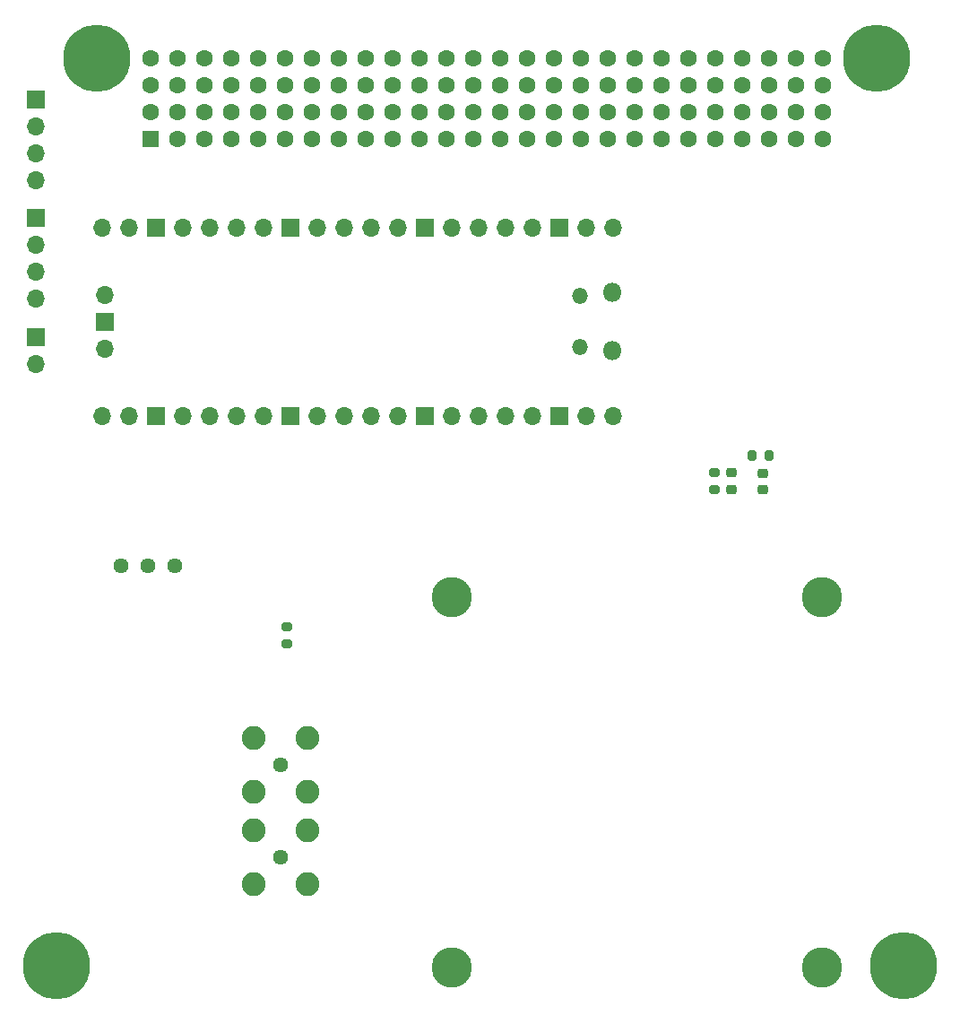
<source format=gbs>
%TF.GenerationSoftware,KiCad,Pcbnew,7.0.6*%
%TF.CreationDate,2023-08-29T11:28:15+01:00*%
%TF.ProjectId,SiPM_output,5369504d-5f6f-4757-9470-75742e6b6963,2.2*%
%TF.SameCoordinates,Original*%
%TF.FileFunction,Soldermask,Bot*%
%TF.FilePolarity,Negative*%
%FSLAX46Y46*%
G04 Gerber Fmt 4.6, Leading zero omitted, Abs format (unit mm)*
G04 Created by KiCad (PCBNEW 7.0.6) date 2023-08-29 11:28:15*
%MOMM*%
%LPD*%
G01*
G04 APERTURE LIST*
G04 Aperture macros list*
%AMRoundRect*
0 Rectangle with rounded corners*
0 $1 Rounding radius*
0 $2 $3 $4 $5 $6 $7 $8 $9 X,Y pos of 4 corners*
0 Add a 4 corners polygon primitive as box body*
4,1,4,$2,$3,$4,$5,$6,$7,$8,$9,$2,$3,0*
0 Add four circle primitives for the rounded corners*
1,1,$1+$1,$2,$3*
1,1,$1+$1,$4,$5*
1,1,$1+$1,$6,$7*
1,1,$1+$1,$8,$9*
0 Add four rect primitives between the rounded corners*
20,1,$1+$1,$2,$3,$4,$5,0*
20,1,$1+$1,$4,$5,$6,$7,0*
20,1,$1+$1,$6,$7,$8,$9,0*
20,1,$1+$1,$8,$9,$2,$3,0*%
G04 Aperture macros list end*
%ADD10C,2.250000*%
%ADD11C,1.440000*%
%ADD12O,1.700000X1.700000*%
%ADD13R,1.700000X1.700000*%
%ADD14O,1.800000X1.800000*%
%ADD15O,1.500000X1.500000*%
%ADD16C,6.350000*%
%ADD17R,1.600000X1.600000*%
%ADD18C,1.600000*%
%ADD19C,3.800000*%
%ADD20RoundRect,0.225000X0.250000X-0.225000X0.250000X0.225000X-0.250000X0.225000X-0.250000X-0.225000X0*%
%ADD21RoundRect,0.200000X0.200000X0.275000X-0.200000X0.275000X-0.200000X-0.275000X0.200000X-0.275000X0*%
%ADD22RoundRect,0.200000X-0.275000X0.200000X-0.275000X-0.200000X0.275000X-0.200000X0.275000X0.200000X0*%
%ADD23RoundRect,0.200000X0.275000X-0.200000X0.275000X0.200000X-0.275000X0.200000X-0.275000X-0.200000X0*%
G04 APERTURE END LIST*
D10*
%TO.C,J6*%
X76460000Y-123110000D03*
X76460000Y-128190000D03*
X81540000Y-123110000D03*
X81540000Y-128190000D03*
D11*
X79000000Y-125650000D03*
%TD*%
D12*
%TO.C,U5*%
X62400000Y-86290000D03*
D13*
X62400000Y-83750000D03*
D12*
X62400000Y-81210000D03*
X110430000Y-92640000D03*
X107890000Y-92640000D03*
D13*
X105350000Y-92640000D03*
D12*
X102810000Y-92640000D03*
X100270000Y-92640000D03*
X97730000Y-92640000D03*
X95190000Y-92640000D03*
D13*
X92650000Y-92640000D03*
D12*
X90110000Y-92640000D03*
X87570000Y-92640000D03*
X85030000Y-92640000D03*
X82490000Y-92640000D03*
D13*
X79950000Y-92640000D03*
D12*
X77410000Y-92640000D03*
X74870000Y-92640000D03*
X72330000Y-92640000D03*
X69790000Y-92640000D03*
D13*
X67250000Y-92640000D03*
D12*
X64710000Y-92640000D03*
X62170000Y-92640000D03*
X62170000Y-74860000D03*
X64710000Y-74860000D03*
D13*
X67250000Y-74860000D03*
D12*
X69790000Y-74860000D03*
X72330000Y-74860000D03*
X74870000Y-74860000D03*
X77410000Y-74860000D03*
D13*
X79950000Y-74860000D03*
D12*
X82490000Y-74860000D03*
X85030000Y-74860000D03*
X87570000Y-74860000D03*
X90110000Y-74860000D03*
D13*
X92650000Y-74860000D03*
D12*
X95190000Y-74860000D03*
X97730000Y-74860000D03*
X100270000Y-74860000D03*
X102810000Y-74860000D03*
D13*
X105350000Y-74860000D03*
D12*
X107890000Y-74860000D03*
X110430000Y-74860000D03*
D14*
X110300000Y-86475000D03*
D15*
X107270000Y-86175000D03*
X107270000Y-81325000D03*
D14*
X110300000Y-81025000D03*
%TD*%
D12*
%TO.C,J1*%
X55850000Y-81620000D03*
X55850000Y-79080000D03*
X55850000Y-76540000D03*
D13*
X55850000Y-74000000D03*
%TD*%
D11*
%TO.C,RV1*%
X63900000Y-106850000D03*
X66440000Y-106850000D03*
X68980000Y-106850000D03*
%TD*%
D10*
%TO.C,J4*%
X76470000Y-131750000D03*
X76470000Y-136830000D03*
X81550000Y-131750000D03*
X81550000Y-136830000D03*
D11*
X79010000Y-134290000D03*
%TD*%
D16*
%TO.C,U8*%
X57840000Y-144600000D03*
X61650000Y-58870000D03*
X135310000Y-58870000D03*
X137850000Y-144600000D03*
D17*
X66730000Y-66490000D03*
D18*
X66730000Y-63950000D03*
X69270000Y-66490000D03*
X69270000Y-63950000D03*
X71810000Y-66490000D03*
X71810000Y-63950000D03*
X74350000Y-66490000D03*
X74350000Y-63950000D03*
X76890000Y-66490000D03*
X76890000Y-63950000D03*
X79430000Y-66490000D03*
X79430000Y-63950000D03*
X81970000Y-66490000D03*
X81970000Y-63950000D03*
X84510000Y-66490000D03*
X84510000Y-63950000D03*
X87050000Y-66490000D03*
X87050000Y-63950000D03*
X89590000Y-66490000D03*
X89590000Y-63950000D03*
X92130000Y-66490000D03*
X92130000Y-63950000D03*
X94670000Y-66490000D03*
X94670000Y-63950000D03*
X97210000Y-66490000D03*
X97210000Y-63950000D03*
X99750000Y-66490000D03*
X99750000Y-63950000D03*
X102290000Y-66490000D03*
X102290000Y-63950000D03*
X104830000Y-66490000D03*
X104830000Y-63950000D03*
X107370000Y-66490000D03*
X107370000Y-63950000D03*
X109910000Y-66490000D03*
X109910000Y-63950000D03*
X112450000Y-66490000D03*
X112450000Y-63950000D03*
X114990000Y-66490000D03*
X114990000Y-63950000D03*
X117530000Y-66490000D03*
X117530000Y-63950000D03*
X120070000Y-66490000D03*
X120070000Y-63950000D03*
X122610000Y-66490000D03*
X122610000Y-63950000D03*
X125150000Y-66490000D03*
X125150000Y-63950000D03*
X127690000Y-66490000D03*
X127690000Y-63950000D03*
X130230000Y-66490000D03*
X130230000Y-63950000D03*
X66730000Y-61410000D03*
X66730000Y-58870000D03*
X69270000Y-61410000D03*
X69270000Y-58870000D03*
X71810000Y-61410000D03*
X71810000Y-58870000D03*
X74350000Y-61410000D03*
X74350000Y-58870000D03*
X76890000Y-61410000D03*
X76890000Y-58870000D03*
X79430000Y-61410000D03*
X79430000Y-58870000D03*
X81970000Y-61410000D03*
X81970000Y-58870000D03*
X84510000Y-61410000D03*
X84510000Y-58870000D03*
X87050000Y-61410000D03*
X87050000Y-58870000D03*
X89590000Y-61410000D03*
X89590000Y-58870000D03*
X92130000Y-61410000D03*
X92130000Y-58870000D03*
X94670000Y-61410000D03*
X94670000Y-58870000D03*
X97210000Y-61410000D03*
X97210000Y-58870000D03*
X99750000Y-61410000D03*
X99750000Y-58870000D03*
X102290000Y-61410000D03*
X102290000Y-58870000D03*
X104830000Y-61410000D03*
X104830000Y-58870000D03*
X107370000Y-61410000D03*
X107370000Y-58870000D03*
X109910000Y-61410000D03*
X109910000Y-58870000D03*
X112450000Y-61410000D03*
X112450000Y-58870000D03*
X114990000Y-61410000D03*
X114990000Y-58870000D03*
X117530000Y-61410000D03*
X117530000Y-58870000D03*
X120070000Y-61410000D03*
X120070000Y-58870000D03*
X122610000Y-61410000D03*
X122610000Y-58870000D03*
X125150000Y-61410000D03*
X125150000Y-58870000D03*
X127690000Y-61410000D03*
X127690000Y-58870000D03*
X130230000Y-61410000D03*
X130230000Y-58870000D03*
%TD*%
D19*
%TO.C,REF\u002A\u002A*%
X130150000Y-144750000D03*
%TD*%
%TO.C,REF\u002A\u002A*%
X95150000Y-144750000D03*
%TD*%
%TO.C,REF\u002A\u002A*%
X130150000Y-109750000D03*
%TD*%
%TO.C,REF\u002A\u002A*%
X95150000Y-109750000D03*
%TD*%
D12*
%TO.C,J2*%
X55850000Y-87740000D03*
D13*
X55850000Y-85200000D03*
%TD*%
D12*
%TO.C,J3*%
X55850000Y-70420000D03*
X55850000Y-67880000D03*
X55850000Y-65340000D03*
D13*
X55850000Y-62800000D03*
%TD*%
D20*
%TO.C,C13*%
X124550000Y-98075000D03*
X124550000Y-99625000D03*
%TD*%
D21*
%TO.C,R13*%
X123525000Y-96400000D03*
X125175000Y-96400000D03*
%TD*%
D20*
%TO.C,C5*%
X121600000Y-98025000D03*
X121600000Y-99575000D03*
%TD*%
D22*
%TO.C,R2*%
X79600000Y-114187500D03*
X79600000Y-112537500D03*
%TD*%
D23*
%TO.C,R12*%
X120000000Y-97975000D03*
X120000000Y-99625000D03*
%TD*%
M02*

</source>
